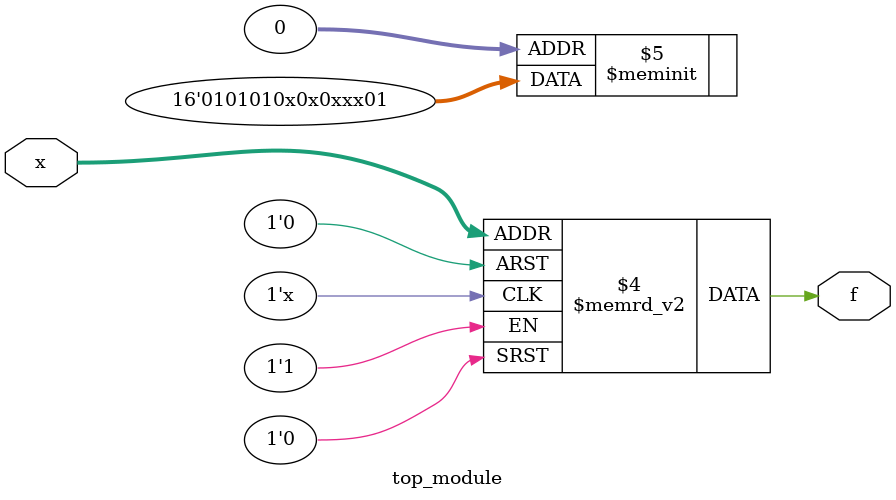
<source format=sv>
module top_module (
    input [4:1] x,
    output logic f
);

always_comb begin
    case ({x[4], x[3], x[2], x[1]})
        4'b0000, 4'b1010, 4'b1100, 4'b1110: f = 1'b1;
        4'b0001, 4'b0101, 4'b0111, 4'b1001, 4'b1011, 4'b1101, 4'b1111: f = 1'b0;
        default: f = 1'bx;
    endcase
end

endmodule

</source>
